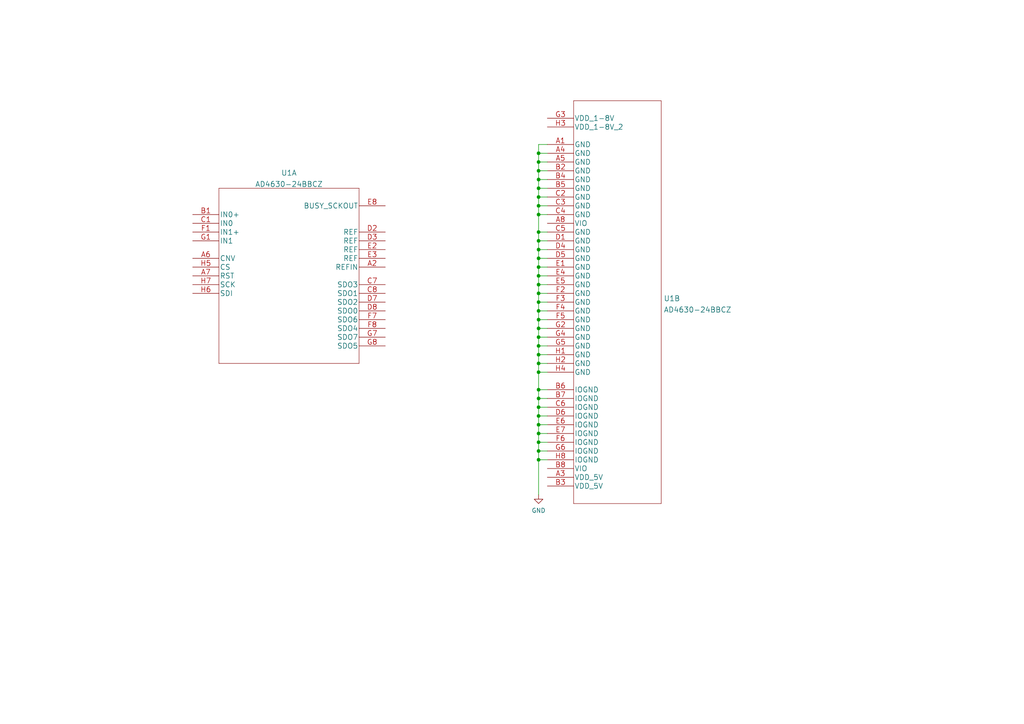
<source format=kicad_sch>
(kicad_sch (version 20211123) (generator eeschema)
  (paper "A4")
  (lib_symbols
    (symbol "2022-11-05_15-10-10:AD4630-24BBCZ" (pin_names (offset 0.254))
      (property "Reference" "U" (at 27.94 12.7 0))
      (property "Value" "AD4630-24BBCZ" (at 27.94 10.16 0))
      (symbol "AD4630-24BBCZ_1_1"
        (polyline (pts (xy 7.62 -43.18) (xy 48.26 -43.18)) (stroke (width 0.127)))
        (polyline (pts (xy 7.62 7.62) (xy 7.62 -43.18)) (stroke (width 0.127)))
        (polyline (pts (xy 48.26 -43.18) (xy 48.26 7.62)) (stroke (width 0.127)))
        (polyline (pts (xy 48.26 7.62) (xy 7.62 7.62)) (stroke (width 0.127)))
        (pin unspecified line (at 55.88 -15.24 180) (length 7.62) (name "REFIN") (number "A2"))
        (pin unspecified line (at 0 -12.7 0) (length 7.62) (name "CNV") (number "A6"))
        (pin unspecified line (at 0 -17.78 0) (length 7.62) (name "RST") (number "A7"))
        (pin unspecified line (at 0 0 0) (length 7.62) (name "IN0+") (number "B1"))
        (pin unspecified line (at 0 -2.54 0) (length 7.62) (name "IN0") (number "C1"))
        (pin unspecified line (at 55.88 -20.32 180) (length 7.62) (name "SDO3") (number "C7"))
        (pin unspecified line (at 55.88 -22.86 180) (length 7.62) (name "SDO1") (number "C8"))
        (pin unspecified line (at 55.88 -5.08 180) (length 7.62) (name "REF") (number "D2"))
        (pin unspecified line (at 55.88 -7.62 180) (length 7.62) (name "REF") (number "D3"))
        (pin unspecified line (at 55.88 -25.4 180) (length 7.62) (name "SDO2") (number "D7"))
        (pin unspecified line (at 55.88 -27.94 180) (length 7.62) (name "SDO0") (number "D8"))
        (pin unspecified line (at 55.88 -10.16 180) (length 7.62) (name "REF") (number "E2"))
        (pin unspecified line (at 55.88 -12.7 180) (length 7.62) (name "REF") (number "E3"))
        (pin unspecified line (at 55.88 2.54 180) (length 7.62) (name "BUSY_SCKOUT") (number "E8"))
        (pin unspecified line (at 0 -5.08 0) (length 7.62) (name "IN1+") (number "F1"))
        (pin unspecified line (at 55.88 -30.48 180) (length 7.62) (name "SDO6") (number "F7"))
        (pin unspecified line (at 55.88 -33.02 180) (length 7.62) (name "SDO4") (number "F8"))
        (pin unspecified line (at 0 -7.62 0) (length 7.62) (name "IN1") (number "G1"))
        (pin unspecified line (at 55.88 -35.56 180) (length 7.62) (name "SDO7") (number "G7"))
        (pin unspecified line (at 55.88 -38.1 180) (length 7.62) (name "SDO5") (number "G8"))
        (pin unspecified line (at 0 -15.24 0) (length 7.62) (name "CS") (number "H5"))
        (pin unspecified line (at 0 -22.86 0) (length 7.62) (name "SDI") (number "H6"))
        (pin unspecified line (at 0 -20.32 0) (length 7.62) (name "SCK") (number "H7"))
      )
      (symbol "AD4630-24BBCZ_2_1"
        (polyline (pts (xy 7.62 -111.76) (xy 33.02 -111.76)) (stroke (width 0.127)))
        (polyline (pts (xy 7.62 5.08) (xy 7.62 -111.76)) (stroke (width 0.127)))
        (polyline (pts (xy 33.02 -111.76) (xy 33.02 5.08)) (stroke (width 0.127)))
        (polyline (pts (xy 33.02 5.08) (xy 7.62 5.08)) (stroke (width 0.127)))
        (pin unspecified line (at 0 -7.62 0) (length 7.62) (name "GND") (number "A1"))
        (pin unspecified line (at 0 -104.14 0) (length 7.62) (name "VDD_5V") (number "A3"))
        (pin unspecified line (at 0 -10.16 0) (length 7.62) (name "GND") (number "A4"))
        (pin unspecified line (at 0 -12.7 0) (length 7.62) (name "GND") (number "A5"))
        (pin unspecified line (at 0 -30.48 0) (length 7.62) (name "VIO") (number "A8"))
        (pin unspecified line (at 0 -15.24 0) (length 7.62) (name "GND") (number "B2"))
        (pin unspecified line (at 0 -106.68 0) (length 7.62) (name "VDD_5V") (number "B3"))
        (pin unspecified line (at 0 -17.78 0) (length 7.62) (name "GND") (number "B4"))
        (pin unspecified line (at 0 -20.32 0) (length 7.62) (name "GND") (number "B5"))
        (pin unspecified line (at 0 -78.74 0) (length 7.62) (name "IOGND") (number "B6"))
        (pin unspecified line (at 0 -81.28 0) (length 7.62) (name "IOGND") (number "B7"))
        (pin unspecified line (at 0 -101.6 0) (length 7.62) (name "VIO") (number "B8"))
        (pin unspecified line (at 0 -22.86 0) (length 7.62) (name "GND") (number "C2"))
        (pin unspecified line (at 0 -25.4 0) (length 7.62) (name "GND") (number "C3"))
        (pin unspecified line (at 0 -27.94 0) (length 7.62) (name "GND") (number "C4"))
        (pin unspecified line (at 0 -33.02 0) (length 7.62) (name "GND") (number "C5"))
        (pin unspecified line (at 0 -83.82 0) (length 7.62) (name "IOGND") (number "C6"))
        (pin unspecified line (at 0 -35.56 0) (length 7.62) (name "GND") (number "D1"))
        (pin unspecified line (at 0 -38.1 0) (length 7.62) (name "GND") (number "D4"))
        (pin unspecified line (at 0 -40.64 0) (length 7.62) (name "GND") (number "D5"))
        (pin unspecified line (at 0 -86.36 0) (length 7.62) (name "IOGND") (number "D6"))
        (pin unspecified line (at 0 -43.18 0) (length 7.62) (name "GND") (number "E1"))
        (pin unspecified line (at 0 -45.72 0) (length 7.62) (name "GND") (number "E4"))
        (pin unspecified line (at 0 -48.26 0) (length 7.62) (name "GND") (number "E5"))
        (pin unspecified line (at 0 -88.9 0) (length 7.62) (name "IOGND") (number "E6"))
        (pin unspecified line (at 0 -91.44 0) (length 7.62) (name "IOGND") (number "E7"))
        (pin unspecified line (at 0 -50.8 0) (length 7.62) (name "GND") (number "F2"))
        (pin unspecified line (at 0 -53.34 0) (length 7.62) (name "GND") (number "F3"))
        (pin unspecified line (at 0 -55.88 0) (length 7.62) (name "GND") (number "F4"))
        (pin unspecified line (at 0 -58.42 0) (length 7.62) (name "GND") (number "F5"))
        (pin unspecified line (at 0 -93.98 0) (length 7.62) (name "IOGND") (number "F6"))
        (pin unspecified line (at 0 -60.96 0) (length 7.62) (name "GND") (number "G2"))
        (pin unspecified line (at 0 0 0) (length 7.62) (name "VDD_1-8V") (number "G3"))
        (pin unspecified line (at 0 -63.5 0) (length 7.62) (name "GND") (number "G4"))
        (pin unspecified line (at 0 -66.04 0) (length 7.62) (name "GND") (number "G5"))
        (pin unspecified line (at 0 -96.52 0) (length 7.62) (name "IOGND") (number "G6"))
        (pin unspecified line (at 0 -68.58 0) (length 7.62) (name "GND") (number "H1"))
        (pin unspecified line (at 0 -71.12 0) (length 7.62) (name "GND") (number "H2"))
        (pin unspecified line (at 0 -2.54 0) (length 7.62) (name "VDD_1-8V_2") (number "H3"))
        (pin unspecified line (at 0 -73.66 0) (length 7.62) (name "GND") (number "H4"))
        (pin unspecified line (at 0 -99.06 0) (length 7.62) (name "IOGND") (number "H8"))
      )
    )
    (symbol "power:GND" (power) (pin_names (offset 0))
      (property "Value" "GND" (at 0 -3.81 0))
      (symbol "GND_0_1"
        (polyline (pts (xy 0 0) (xy 0 -1.27) (xy 1.27 -1.27) (xy 0 -2.54) (xy -1.27 -1.27) (xy 0 -1.27)))
      )
      (symbol "GND_1_1"
        (pin power_in line (at 0 0 270) (length 0) hide (name "GND") (number "1"))
      )
    )
  )
  (junction (at 156.21 69.85))
  (junction (at 156.21 130.81))
  (junction (at 156.21 97.79))
  (junction (at 156.21 49.53))
  (junction (at 156.21 80.01))
  (junction (at 156.21 118.11))
  (junction (at 156.21 113.03))
  (junction (at 156.21 74.93))
  (junction (at 156.21 120.65))
  (junction (at 156.21 52.07))
  (junction (at 156.21 95.25))
  (junction (at 156.21 77.47))
  (junction (at 156.21 123.19))
  (junction (at 156.21 115.57))
  (junction (at 156.21 57.15))
  (junction (at 156.21 133.35))
  (junction (at 156.21 87.63))
  (junction (at 156.21 125.73))
  (junction (at 156.21 62.23))
  (junction (at 156.21 46.99))
  (junction (at 156.21 54.61))
  (junction (at 156.21 128.27))
  (junction (at 156.21 85.09))
  (junction (at 156.21 102.87))
  (junction (at 156.21 92.71))
  (junction (at 156.21 82.55))
  (junction (at 156.21 67.31))
  (junction (at 156.21 72.39))
  (junction (at 156.21 59.69))
  (junction (at 156.21 100.33))
  (junction (at 156.21 107.95))
  (junction (at 156.21 90.17))
  (junction (at 156.21 44.45))
  (junction (at 156.21 105.41))
  (wire (pts (xy 156.21 113.03) (xy 158.75 113.03)))
  (wire (pts (xy 156.21 85.09) (xy 156.21 87.63)))
  (wire (pts (xy 158.75 72.39) (xy 156.21 72.39)))
  (wire (pts (xy 158.75 57.15) (xy 156.21 57.15)))
  (wire (pts (xy 156.21 130.81) (xy 156.21 128.27)))
  (wire (pts (xy 156.21 120.65) (xy 158.75 120.65)))
  (wire (pts (xy 158.75 102.87) (xy 156.21 102.87)))
  (wire (pts (xy 158.75 82.55) (xy 156.21 82.55)))
  (wire (pts (xy 156.21 44.45) (xy 156.21 46.99)))
  (wire (pts (xy 156.21 102.87) (xy 156.21 105.41)))
  (wire (pts (xy 156.21 69.85) (xy 156.21 72.39)))
  (wire (pts (xy 156.21 125.73) (xy 156.21 123.19)))
  (wire (pts (xy 156.21 74.93) (xy 156.21 77.47)))
  (wire (pts (xy 158.75 69.85) (xy 156.21 69.85)))
  (wire (pts (xy 156.21 59.69) (xy 156.21 62.23)))
  (wire (pts (xy 156.21 123.19) (xy 158.75 123.19)))
  (wire (pts (xy 156.21 49.53) (xy 156.21 52.07)))
  (wire (pts (xy 158.75 67.31) (xy 156.21 67.31)))
  (wire (pts (xy 156.21 115.57) (xy 156.21 113.03)))
  (wire (pts (xy 158.75 95.25) (xy 156.21 95.25)))
  (wire (pts (xy 156.21 52.07) (xy 156.21 54.61)))
  (wire (pts (xy 156.21 72.39) (xy 156.21 74.93)))
  (wire (pts (xy 156.21 113.03) (xy 156.21 107.95)))
  (wire (pts (xy 156.21 133.35) (xy 158.75 133.35)))
  (wire (pts (xy 156.21 46.99) (xy 158.75 46.99)))
  (wire (pts (xy 156.21 57.15) (xy 156.21 59.69)))
  (wire (pts (xy 156.21 97.79) (xy 156.21 100.33)))
  (wire (pts (xy 156.21 77.47) (xy 156.21 80.01)))
  (wire (pts (xy 158.75 92.71) (xy 156.21 92.71)))
  (wire (pts (xy 158.75 87.63) (xy 156.21 87.63)))
  (wire (pts (xy 156.21 95.25) (xy 156.21 97.79)))
  (wire (pts (xy 156.21 46.99) (xy 156.21 49.53)))
  (wire (pts (xy 156.21 54.61) (xy 158.75 54.61)))
  (wire (pts (xy 158.75 62.23) (xy 156.21 62.23)))
  (wire (pts (xy 156.21 105.41) (xy 156.21 107.95)))
  (wire (pts (xy 156.21 67.31) (xy 156.21 69.85)))
  (wire (pts (xy 156.21 128.27) (xy 156.21 125.73)))
  (wire (pts (xy 156.21 123.19) (xy 156.21 120.65)))
  (wire (pts (xy 158.75 77.47) (xy 156.21 77.47)))
  (wire (pts (xy 156.21 92.71) (xy 156.21 95.25)))
  (wire (pts (xy 158.75 105.41) (xy 156.21 105.41)))
  (wire (pts (xy 158.75 90.17) (xy 156.21 90.17)))
  (wire (pts (xy 156.21 100.33) (xy 156.21 102.87)))
  (wire (pts (xy 158.75 80.01) (xy 156.21 80.01)))
  (wire (pts (xy 158.75 85.09) (xy 156.21 85.09)))
  (wire (pts (xy 156.21 41.91) (xy 156.21 44.45)))
  (wire (pts (xy 158.75 97.79) (xy 156.21 97.79)))
  (wire (pts (xy 156.21 87.63) (xy 156.21 90.17)))
  (wire (pts (xy 156.21 128.27) (xy 158.75 128.27)))
  (wire (pts (xy 156.21 80.01) (xy 156.21 82.55)))
  (wire (pts (xy 156.21 133.35) (xy 156.21 130.81)))
  (wire (pts (xy 156.21 52.07) (xy 158.75 52.07)))
  (wire (pts (xy 156.21 118.11) (xy 156.21 115.57)))
  (wire (pts (xy 158.75 74.93) (xy 156.21 74.93)))
  (wire (pts (xy 156.21 130.81) (xy 158.75 130.81)))
  (wire (pts (xy 156.21 107.95) (xy 158.75 107.95)))
  (wire (pts (xy 158.75 100.33) (xy 156.21 100.33)))
  (wire (pts (xy 156.21 118.11) (xy 158.75 118.11)))
  (wire (pts (xy 156.21 125.73) (xy 158.75 125.73)))
  (wire (pts (xy 156.21 143.51) (xy 156.21 133.35)))
  (wire (pts (xy 156.21 90.17) (xy 156.21 92.71)))
  (wire (pts (xy 156.21 44.45) (xy 158.75 44.45)))
  (wire (pts (xy 156.21 49.53) (xy 158.75 49.53)))
  (wire (pts (xy 156.21 115.57) (xy 158.75 115.57)))
  (wire (pts (xy 156.21 120.65) (xy 156.21 118.11)))
  (wire (pts (xy 156.21 82.55) (xy 156.21 85.09)))
  (wire (pts (xy 158.75 59.69) (xy 156.21 59.69)))
  (wire (pts (xy 156.21 54.61) (xy 156.21 57.15)))
  (wire (pts (xy 156.21 62.23) (xy 156.21 67.31)))
  (wire (pts (xy 158.75 41.91) (xy 156.21 41.91)))
  (symbol (lib_id "2022-11-05_15-10-10:AD4630-24BBCZ") (at 55.88 62.23 0) (unit 1)
    (property "Reference" "U1" (at 83.82 50.1426 0) (effects (font (size 1.524 1.524))))
    (property "Value" "AD4630-24BBCZ" (at 83.82 53.4216 0) (effects (font (size 1.524 1.524))))
    (property "Footprint" "footprints:AD4630-24BBCZ" (effects hide))
  )
  (symbol (lib_id "power:GND") (at 156.21 143.51 0) (unit 1)
    (property "Reference" "#PWR?" (effects hide))
    (property "Value" "GND" (at 156.21 148.0725 0))
  )
  (symbol (lib_id "2022-11-05_15-10-10:AD4630-24BBCZ") (at 158.75 34.29 0) (unit 2)
    (property "Reference" "U1" (at 192.4685 86.5653 0) (effects (font (size 1.524 1.524)) (justify left)))
    (property "Value" "AD4630-24BBCZ" (at 192.4685 89.8443 0) (effects (font (size 1.524 1.524)) (justify left)))
    (property "Footprint" "footprints:AD4630-24BBCZ" (effects hide))
  )
)
</source>
